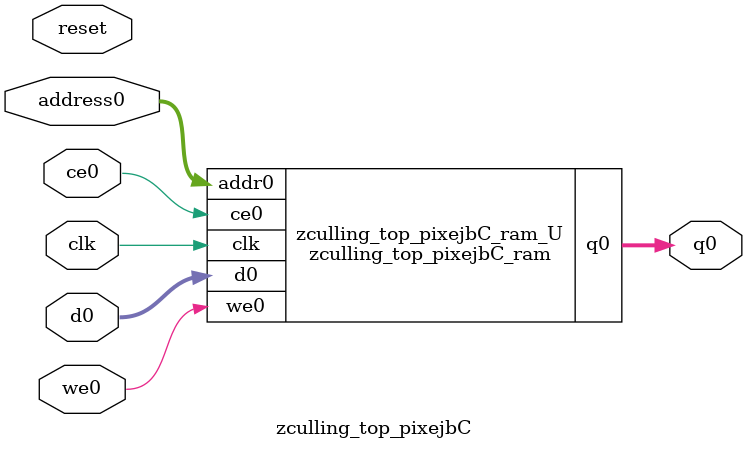
<source format=v>
`timescale 1 ns / 1 ps
module zculling_top_pixejbC_ram (addr0, ce0, d0, we0, q0,  clk);

parameter DWIDTH = 8;
parameter AWIDTH = 9;
parameter MEM_SIZE = 500;

input[AWIDTH-1:0] addr0;
input ce0;
input[DWIDTH-1:0] d0;
input we0;
output reg[DWIDTH-1:0] q0;
input clk;

(* ram_style = "block" *)reg [DWIDTH-1:0] ram[0:MEM_SIZE-1];




always @(posedge clk)  
begin 
    if (ce0) begin
        if (we0) 
            ram[addr0] <= d0; 
        q0 <= ram[addr0];
    end
end


endmodule

`timescale 1 ns / 1 ps
module zculling_top_pixejbC(
    reset,
    clk,
    address0,
    ce0,
    we0,
    d0,
    q0);

parameter DataWidth = 32'd8;
parameter AddressRange = 32'd500;
parameter AddressWidth = 32'd9;
input reset;
input clk;
input[AddressWidth - 1:0] address0;
input ce0;
input we0;
input[DataWidth - 1:0] d0;
output[DataWidth - 1:0] q0;



zculling_top_pixejbC_ram zculling_top_pixejbC_ram_U(
    .clk( clk ),
    .addr0( address0 ),
    .ce0( ce0 ),
    .we0( we0 ),
    .d0( d0 ),
    .q0( q0 ));

endmodule


</source>
